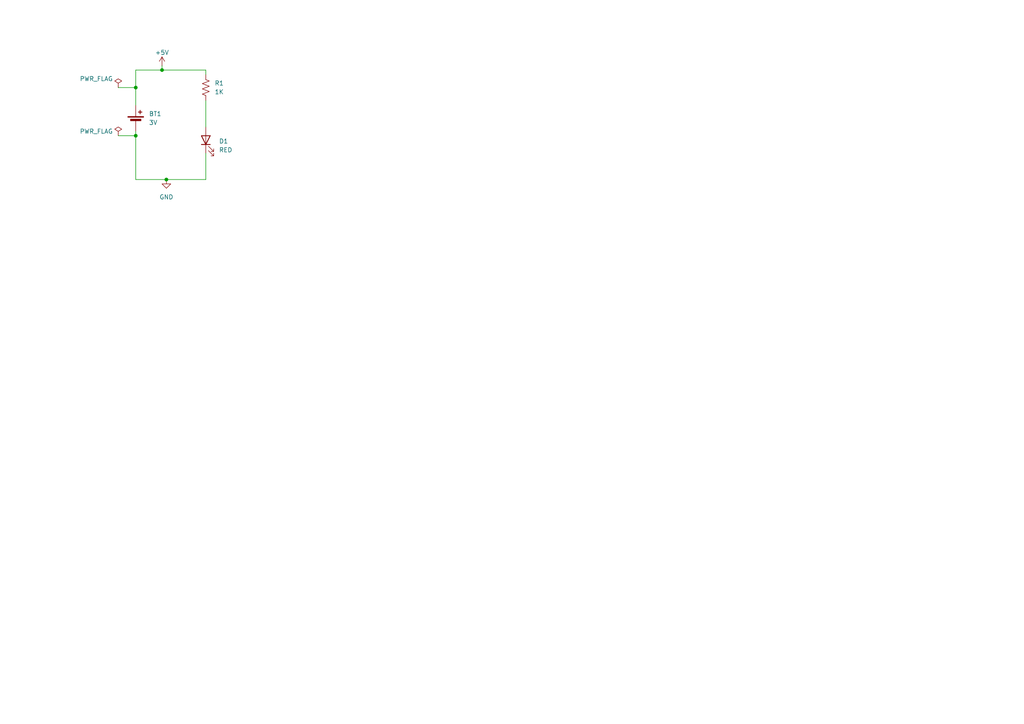
<source format=kicad_sch>
(kicad_sch (version 20230121) (generator eeschema)
  (paper "A4")
  (lib_symbols
    (symbol "Device:Battery_Cell" (pin_numbers hide) (pin_names (offset 0) hide)
      (property "Reference" "BT" (at 2.54 2.54 0))
      (property "Value" "Battery_Cell" (at 2.54 0 0))
      (symbol "Battery_Cell_0_1"
        (rectangle (start -2.286 1.778) (end 2.286 1.524) (fill (type outline)))
        (rectangle (start -1.524 1.016) (end 1.524 0.508) (fill (type outline)))
        (polyline (pts (xy 0 0.762) (xy 0 0)))
        (polyline (pts (xy 0 1.778) (xy 0 2.54)))
        (polyline (pts (xy 0.762 3.048) (xy 1.778 3.048)) (stroke (width 0.254)))
        (polyline (pts (xy 1.27 3.556) (xy 1.27 2.54)) (stroke (width 0.254)))
      )
      (symbol "Battery_Cell_1_1"
        (pin passive line (at 0 5.08 270) (length 2.54) (name "+") (number "1"))
        (pin passive line (at 0 -2.54 90) (length 2.54) (name "-") (number "2"))
      )
    )
    (symbol "Device:LED" (pin_numbers hide) (pin_names (offset 1.016) hide)
      (property "Reference" "D" (at 0 2.54 0))
      (property "Value" "LED" (at 0 -2.54 0))
      (symbol "LED_0_1"
        (polyline (pts (xy -1.27 -1.27) (xy -1.27 1.27)) (stroke (width 0.254)))
        (polyline (pts (xy -1.27 0) (xy 1.27 0)))
        (polyline (pts (xy 1.27 -1.27) (xy 1.27 1.27) (xy -1.27 0) (xy 1.27 -1.27)) (stroke (width 0.254)))
        (polyline (pts (xy -3.048 -0.762) (xy -4.572 -2.286) (xy -3.81 -2.286) (xy -4.572 -2.286) (xy -4.572 -1.524)))
        (polyline (pts (xy -1.778 -0.762) (xy -3.302 -2.286) (xy -2.54 -2.286) (xy -3.302 -2.286) (xy -3.302 -1.524)))
      )
      (symbol "LED_1_1"
        (pin passive line (at -3.81 0 0) (length 2.54) (name "K") (number "1"))
        (pin passive line (at 3.81 0 180) (length 2.54) (name "A") (number "2"))
      )
    )
    (symbol "Device:R_US" (pin_numbers hide) (pin_names (offset 0))
      (property "Reference" "R" (at 2.54 0 90))
      (property "Value" "R_US" (at -2.54 0 90))
      (symbol "R_US_0_1"
        (polyline (pts (xy 0 -2.286) (xy 0 -2.54)))
        (polyline (pts (xy 0 2.286) (xy 0 2.54)))
        (polyline (pts (xy 0 -0.762) (xy 1.016 -1.143) (xy 0 -1.524) (xy -1.016 -1.905) (xy 0 -2.286)))
        (polyline (pts (xy 0 0.762) (xy 1.016 0.381) (xy 0 0) (xy -1.016 -0.381) (xy 0 -0.762)))
        (polyline (pts (xy 0 2.286) (xy 1.016 1.905) (xy 0 1.524) (xy -1.016 1.143) (xy 0 0.762)))
      )
      (symbol "R_US_1_1"
        (pin passive line (at 0 3.81 270) (length 1.27) (name "~") (number "1"))
        (pin passive line (at 0 -3.81 90) (length 1.27) (name "~") (number "2"))
      )
    )
    (symbol "power:+5V" (power) (pin_names (offset 0))
      (property "Value" "+5V" (at 0 3.556 0))
      (symbol "+5V_0_1"
        (polyline (pts (xy -0.762 1.27) (xy 0 2.54)))
        (polyline (pts (xy 0 0) (xy 0 2.54)))
        (polyline (pts (xy 0 2.54) (xy 0.762 1.27)))
      )
      (symbol "+5V_1_1"
        (pin power_in line (at 0 0 90) (length 0) hide (name "+5V") (number "1"))
      )
    )
    (symbol "power:GND" (power) (pin_names (offset 0))
      (property "Value" "GND" (at 0 -3.81 0))
      (symbol "GND_0_1"
        (polyline (pts (xy 0 0) (xy 0 -1.27) (xy 1.27 -1.27) (xy 0 -2.54) (xy -1.27 -1.27) (xy 0 -1.27)))
      )
      (symbol "GND_1_1"
        (pin power_in line (at 0 0 270) (length 0) hide (name "GND") (number "1"))
      )
    )
    (symbol "power:PWR_FLAG" (power) (pin_numbers hide) (pin_names (offset 0) hide)
      (property "Value" "PWR_FLAG" (at 0 3.81 0))
      (symbol "PWR_FLAG_0_0"
        (pin power_out line (at 0 0 90) (length 0) (name "pwr") (number "1"))
      )
      (symbol "PWR_FLAG_0_1"
        (polyline (pts (xy 0 0) (xy 0 1.27) (xy -1.016 1.905) (xy 0 2.54) (xy 1.016 1.905) (xy 0 1.27)))
      )
    )
  )
  (junction (at 48.26 52.07))
  (junction (at 39.37 25.4))
  (junction (at 46.99 20.32))
  (junction (at 39.37 39.37))
  (wire (pts (xy 59.69 44.45) (xy 59.69 52.07)))
  (wire (pts (xy 59.69 52.07) (xy 48.26 52.07)))
  (wire (pts (xy 59.69 29.21) (xy 59.69 36.83)))
  (wire (pts (xy 39.37 52.07) (xy 48.26 52.07)))
  (wire (pts (xy 59.69 21.59) (xy 59.69 20.32)))
  (wire (pts (xy 46.99 20.32) (xy 39.37 20.32)))
  (wire (pts (xy 34.29 25.4) (xy 39.37 25.4)))
  (wire (pts (xy 59.69 20.32) (xy 46.99 20.32)))
  (wire (pts (xy 39.37 25.4) (xy 39.37 30.48)))
  (wire (pts (xy 39.37 39.37) (xy 39.37 52.07)))
  (wire (pts (xy 39.37 20.32) (xy 39.37 25.4)))
  (wire (pts (xy 34.29 39.37) (xy 39.37 39.37)))
  (wire (pts (xy 39.37 38.1) (xy 39.37 39.37)))
  (wire (pts (xy 46.99 19.05) (xy 46.99 20.32)))
  (symbol (lib_id "Device:Battery_Cell") (at 39.37 35.56 0) (unit 1)
    (property "Reference" "BT1" (at 43.18 33.02 0) (effects (justify left)))
    (property "Value" "3V" (at 43.18 35.56 0) (effects (justify left)))
    (property "Footprint" "Battery:BatteryHolder_Keystone_1058_1x2032" (effects hide))
  )
  (symbol (lib_id "Device:R_US") (at 59.69 25.4 0) (unit 1)
    (property "Reference" "R1" (at 62.23 24.13 0) (effects (justify left)))
    (property "Value" "1K" (at 62.23 26.67 0) (effects (justify left)))
    (property "Footprint" "Resistor_SMD:R_0603_1608Metric" (effects hide))
  )
  (symbol (lib_id "power:PWR_FLAG") (at 34.29 25.4 0) (unit 1)
    (property "Reference" "#FLG01" (effects hide))
    (property "Value" "PWR_FLAG" (at 27.94 22.86 0))
  )
  (symbol (lib_id "power:GND") (at 48.26 52.07 0) (unit 1)
    (property "Reference" "#PWR02" (effects hide))
    (property "Value" "GND" (at 48.26 57.15 0))
  )
  (symbol (lib_id "power:PWR_FLAG") (at 34.29 39.37 0) (unit 1)
    (property "Reference" "#FLG02" (effects hide))
    (property "Value" "PWR_FLAG" (at 27.94 38.1 0))
  )
  (symbol (lib_id "Device:LED") (at 59.69 40.64 90) (unit 1)
    (property "Reference" "D1" (at 63.5 40.9575 90) (effects (justify right)))
    (property "Value" "RED" (at 63.5 43.4975 90) (effects (justify right)))
    (property "Footprint" "Diode_SMD:D_0603_1608Metric" (effects hide))
  )
  (symbol (lib_id "power:+5V") (at 46.99 19.05 0) (unit 1)
    (property "Reference" "#PWR01" (effects hide))
    (property "Value" "+5V" (at 46.99 15.24 0))
  )
)
</source>
